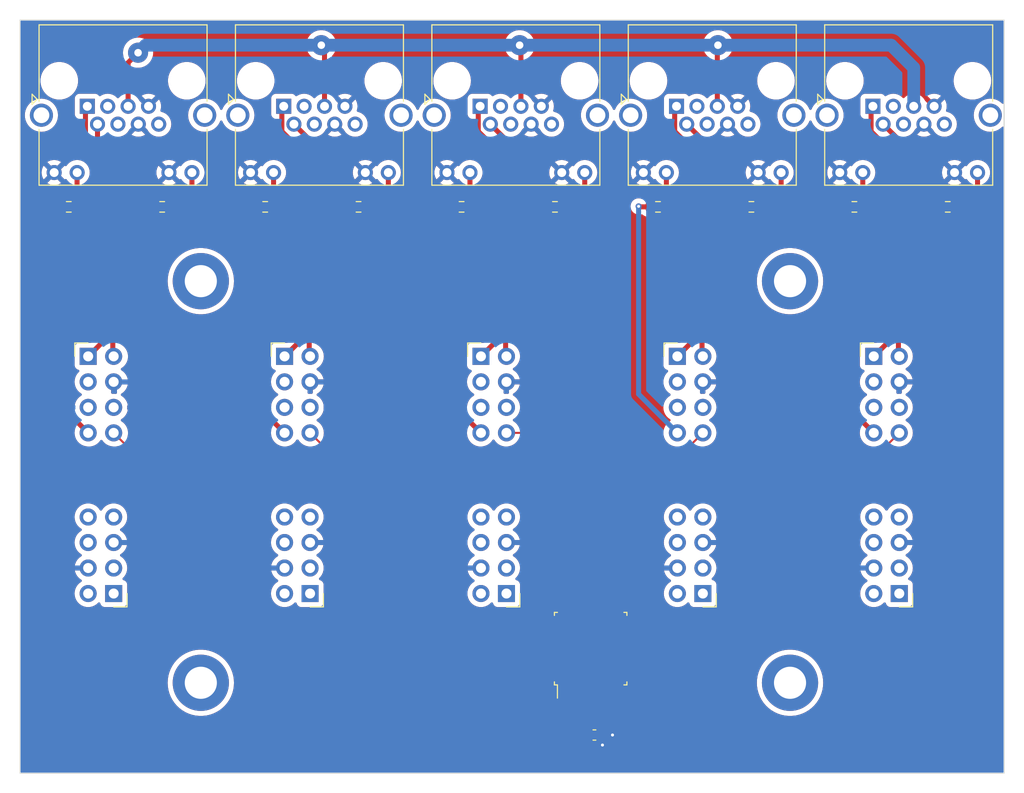
<source format=kicad_pcb>
(kicad_pcb (version 20221018) (generator pcbnew)
  (layers (0 "F.Cu" signal) (31 "B.Cu" signal) (34 "B.Paste" user) (35 "F.Paste" user) (36 "B.SilkS" user "B.Silkscreen") (37 "F.SilkS" user "F.Silkscreen") (38 "B.Mask" user) (39 "F.Mask" user) (44 "Edge.Cuts" user))
  (net 0 "")
  (net 1 "GND")
  (net 2 "/interconnect-brain1/CAN_H")
  (net 3 "/interconnect-brain1/CAN_L")
  (net 4 "/V1")
  (net 5 "/V2")
  (net 6 "/interconnect-brain1/CAN2_H")
  (net 7 "/interconnect-brain1/CAN2_L")
  (net 10 "/interconnect-brain2/CAN2_H")
  (net 11 "/interconnect-brain2/CAN2_L")
  (net 14 "/interconnect-brain3/CAN2_H")
  (net 15 "/interconnect-brain3/CAN2_L")
  (net 18 "/interconnect-brain5/CAN2_H")
  (net 19 "/interconnect-brain5/CAN2_L")
  (net 22 "/interconnect-brain4/CAN2_H")
  (net 23 "/interconnect-brain4/CAN2_L")
  (net 26 "/RST1")
  (net 27 "/RST2")
  (net 28 "/RST3")
  (net 29 "/RST5")
  (net 30 "/RST4")
  (net 67 "Net-(J203-Pad12)")
  (net 68 "Net-(J203-Pad10)")
  (net 69 "Net-(J303-Pad10)")
  (net 70 "Net-(J303-Pad12)")
  (net 71 "Net-(J403-Pad10)")
  (net 72 "Net-(J403-Pad12)")
  (net 73 "Net-(J503-Pad10)")
  (net 74 "Net-(J503-Pad12)")
  (net 75 "Net-(J603-Pad10)")
  (net 76 "Net-(J603-Pad12)")
  (net 77 "/BDET1")
  (net 78 "/SDET1")
  (net 79 "/BDET2")
  (net 80 "/SDET2")
  (net 81 "/BDET3")
  (net 82 "/SDET3")
  (net 83 "/BDET4")
  (net 84 "/SDET4")
  (net 85 "/BDET5")
  (net 86 "/SDET5")
  (net 87 "/BDET_LED1")
  (net 88 "/SDET_LED1")
  (net 89 "/BDET_LED2")
  (net 90 "/SDET_LED2")
  (net 91 "/BDET_LED3")
  (net 92 "/SDET_LED3")
  (net 93 "/BDET_LED4")
  (net 94 "/SDET_LED4")
  (net 95 "/BDET_LED5")
  (net 96 "/SDET_LED5")
  (net 97 "+3V3")
  (footprint "NVF-Kicad:2x04V-H" (layer "F.Cu") (at 165.73 134.3 -90)
    (fp_text reference "J502" hide)
    (fp_text value "Conn_02x04_Odd_Even" hide)
    (fp_line (start -5.14 2.6) (end -5.14 1.27) (stroke (width 0.12)) (layer "F.SilkS"))
    (fp_line (start -3.81 2.6) (end -5.14 2.6) (stroke (width 0.12)) (layer "F.SilkS"))
    (pad "1" thru_hole rect (at -3.81 1.27) (size 1.7 1.7) (drill 1) (layers "*.Cu" "*.Mask") (net 22 "/interconnect-brain4/CAN2_H"))
    (pad "2" thru_hole oval (at -3.81 -1.27) (size 1.7 1.7) (drill 1) (layers "*.Cu" "*.Mask") (net 23 "/interconnect-brain4/CAN2_L"))
    (pad "3" thru_hole oval (at -1.27 1.27) (size 1.7 1.7) (drill 1) (layers "*.Cu" "*.Mask"))
    (pad "4" thru_hole oval (at -1.27 -1.27) (size 1.7 1.7) (drill 1) (layers "*.Cu" "*.Mask") (net 1 "GND"))
    (pad "5" thru_hole oval (at 1.27 1.27) (size 1.7 1.7) (drill 1) (layers "*.Cu" "*.Mask") (net 1 "GND"))
    (pad "6" thru_hole oval (at 1.27 -1.27) (size 1.7 1.7) (drill 1) (layers "*.Cu" "*.Mask"))
    (pad "7" thru_hole oval (at 3.81 1.27) (size 1.7 1.7) (drill 1) (layers "*.Cu" "*.Mask") (net 83 "/BDET4"))
    (pad "8" thru_hole oval (at 3.81 -1.27) (size 1.7 1.7) (drill 1) (layers "*.Cu" "*.Mask") (net 30 "/RST4"))
  )
  (footprint "MountingHole:MountingHole_3.2mm_M3_DIN965_Pad" (layer "F.Cu") (at 117 163)
    (fp_text reference "REF**" hide)
    (fp_text value "MountingHole_3.2mm_M3_DIN965_Pad" hide)
    (pad "1" thru_hole circle (at 0 0) (size 5.6 5.6) (drill 3.2) (layers "*.Cu" "*.Mask"))
  )
  (footprint "Connector_RJ:RJ45_Amphenol_RJHSE538X" (layer "F.Cu") (at 144.815 105.585)
    (fp_text reference "J403" hide)
    (fp_text value "8P8C_LED")
    (fp_line (start -5.5 -1.2) (end -5 -0.7) (stroke (width 0.12)) (layer "F.SilkS"))
    (fp_line (start -5.5 -0.2) (end -5.5 -1.2) (stroke (width 0.12)) (layer "F.SilkS"))
    (fp_line (start -5 -0.7) (end -5.5 -0.2) (stroke (width 0.12)) (layer "F.SilkS"))
    (fp_line (start -4.805 -8.11) (end -4.805 -0.5) (stroke (width 0.12)) (layer "F.SilkS"))
    (fp_line (start -4.805 -8.11) (end 11.925 -8.11) (stroke (width 0.12)) (layer "F.SilkS"))
    (fp_line (start -4.805 7.86) (end -4.805 2.3) (stroke (width 0.12)) (layer "F.SilkS"))
    (fp_line (start -4.805 7.86) (end 11.925 7.86) (stroke (width 0.12)) (layer "F.SilkS"))
    (fp_line (start 11.925 -8.11) (end 11.925 -0.5) (stroke (width 0.12)) (layer "F.SilkS"))
    (fp_line (start 11.925 7.86) (end 11.925 2.3) (stroke (width 0.12)) (layer "F.SilkS"))
    (pad "" np_thru_hole circle (at -2.79 -2.54) (size 3.25 3.25) (drill 3.25) (layers "*.Cu" "*.Mask"))
    (pad "" np_thru_hole circle (at 9.91 -2.54) (size 3.25 3.25) (drill 3.25) (layers "*.Cu" "*.Mask"))
    (pad "1" thru_hole rect (at 0 0) (size 1.5 1.5) (drill 0.89) (layers "*.Cu" "*.Mask") (net 14 "/interconnect-brain3/CAN2_H"))
    (pad "2" thru_hole circle (at 1.016 1.78) (size 1.5 1.5) (drill 0.89) (layers "*.Cu" "*.Mask") (net 15 "/interconnect-brain3/CAN2_L"))
    (pad "3" thru_hole circle (at 2.032 0) (size 1.5 1.5) (drill 0.89) (layers "*.Cu" "*.Mask"))
    (pad "4" thru_hole circle (at 3.048 1.78) (size 1.5 1.5) (drill 0.89) (layers "*.Cu" "*.Mask") (net 5 "/V2"))
    (pad "5" thru_hole circle (at 4.064 0) (size 1.5 1.5) (drill 0.89) (layers "*.Cu" "*.Mask") (net 4 "/V1"))
    (pad "6" thru_hole circle (at 5.08 1.78) (size 1.5 1.5) (drill 0.89) (layers "*.Cu" "*.Mask") (net 1 "GND"))
    (pad "7" thru_hole circle (at 6.096 0) (size 1.5 1.5) (drill 0.89) (layers "*.Cu" "*.Mask") (net 1 "GND"))
    (pad "8" thru_hole circle (at 7.112 1.78) (size 1.5 1.5) (drill 0.89) (layers "*.Cu" "*.Mask") (net 82 "/SDET3"))
    (pad "9" thru_hole circle (at -3.3 6.6) (size 1.5 1.5) (drill 0.89) (layers "*.Cu" "*.Mask") (net 1 "GND"))
    (pad "10" thru_hole circle (at -1.01 6.6) (size 1.5 1.5) (drill 0.89) (layers "*.Cu" "*.Mask") (net 71 "Net-(J403-Pad10)"))
    (pad "11" thru_hole circle (at 8.13 6.6) (size 1.5 1.5) (drill 0.89) (layers "*.Cu" "*.Mask") (net 1 "GND"))
    (pad "12" thru_hole circle (at 10.42 6.6) (size 1.5 1.5) (drill 0.89) (layers "*.Cu" "*.Mask") (net 72 "Net-(J403-Pad12)"))
    (pad "SH" thru_hole circle (at -4.57 0.89) (size 2.3 2.3) (drill 1.57) (layers "*.Cu" "*.Mask"))
    (pad "SH" thru_hole circle (at 11.69 0.89) (size 2.3 2.3) (drill 1.57) (layers "*.Cu" "*.Mask"))
  )
  (footprint "Resistor_SMD:R_0603_1608Metric" (layer "F.Cu") (at 152.27 115.6 180)
    (fp_text reference "R402" hide)
    (fp_text value "330")
    (fp_line (start -0.237258 -0.5225) (end 0.237258 -0.5225) (stroke (width 0.12)) (layer "F.SilkS"))
    (fp_line (start -0.237258 0.5225) (end 0.237258 0.5225) (stroke (width 0.12)) (layer "F.SilkS"))
    (pad "1" smd roundrect (at -0.825 0 180) (size 0.8 0.95) (layers "F.Cu" "F.Paste" "F.Mask") (net 72 "Net-(J403-Pad12)"))
    (pad "2" smd roundrect (at 0.825 0 180) (size 0.8 0.95) (layers "F.Cu" "F.Paste" "F.Mask") (net 92 "/SDET_LED3"))
  )
  (footprint "Connector_RJ:RJ45_Amphenol_RJHSE538X" (layer "F.Cu") (at 164.375 105.585)
    (fp_text reference "J503" hide)
    (fp_text value "8P8C_LED")
    (fp_line (start -5.5 -1.2) (end -5 -0.7) (stroke (width 0.12)) (layer "F.SilkS"))
    (fp_line (start -5.5 -0.2) (end -5.5 -1.2) (stroke (width 0.12)) (layer "F.SilkS"))
    (fp_line (start -5 -0.7) (end -5.5 -0.2) (stroke (width 0.12)) (layer "F.SilkS"))
    (fp_line (start -4.805 -8.11) (end -4.805 -0.5) (stroke (width 0.12)) (layer "F.SilkS"))
    (fp_line (start -4.805 -8.11) (end 11.925 -8.11) (stroke (width 0.12)) (layer "F.SilkS"))
    (fp_line (start -4.805 7.86) (end -4.805 2.3) (stroke (width 0.12)) (layer "F.SilkS"))
    (fp_line (start -4.805 7.86) (end 11.925 7.86) (stroke (width 0.12)) (layer "F.SilkS"))
    (fp_line (start 11.925 -8.11) (end 11.925 -0.5) (stroke (width 0.12)) (layer "F.SilkS"))
    (fp_line (start 11.925 7.86) (end 11.925 2.3) (stroke (width 0.12)) (layer "F.SilkS"))
    (pad "" np_thru_hole circle (at -2.79 -2.54) (size 3.25 3.25) (drill 3.25) (layers "*.Cu" "*.Mask"))
    (pad "" np_thru_hole circle (at 9.91 -2.54) (size 3.25 3.25) (drill 3.25) (layers "*.Cu" "*.Mask"))
    (pad "1" thru_hole rect (at 0 0) (size 1.5 1.5) (drill 0.89) (layers "*.Cu" "*.Mask") (net 22 "/interconnect-brain4/CAN2_H"))
    (pad "2" thru_hole circle (at 1.016 1.78) (size 1.5 1.5) (drill 0.89) (layers "*.Cu" "*.Mask") (net 23 "/interconnect-brain4/CAN2_L"))
    (pad "3" thru_hole circle (at 2.032 0) (size 1.5 1.5) (drill 0.89) (layers "*.Cu" "*.Mask"))
    (pad "4" thru_hole circle (at 3.048 1.78) (size 1.5 1.5) (drill 0.89) (layers "*.Cu" "*.Mask") (net 5 "/V2"))
    (pad "5" thru_hole circle (at 4.064 0) (size 1.5 1.5) (drill 0.89) (layers "*.Cu" "*.Mask") (net 4 "/V1"))
    (pad "6" thru_hole circle (at 5.08 1.78) (size 1.5 1.5) (drill 0.89) (layers "*.Cu" "*.Mask") (net 1 "GND"))
    (pad "7" thru_hole circle (at 6.096 0) (size 1.5 1.5) (drill 0.89) (layers "*.Cu" "*.Mask") (net 1 "GND"))
    (pad "8" thru_hole circle (at 7.112 1.78) (size 1.5 1.5) (drill 0.89) (layers "*.Cu" "*.Mask") (net 84 "/SDET4"))
    (pad "9" thru_hole circle (at -3.3 6.6) (size 1.5 1.5) (drill 0.89) (layers "*.Cu" "*.Mask") (net 1 "GND"))
    (pad "10" thru_hole circle (at -1.01 6.6) (size 1.5 1.5) (drill 0.89) (layers "*.Cu" "*.Mask") (net 73 "Net-(J503-Pad10)"))
    (pad "11" thru_hole circle (at 8.13 6.6) (size 1.5 1.5) (drill 0.89) (layers "*.Cu" "*.Mask") (net 1 "GND"))
    (pad "12" thru_hole circle (at 10.42 6.6) (size 1.5 1.5) (drill 0.89) (layers "*.Cu" "*.Mask") (net 74 "Net-(J503-Pad12)"))
    (pad "SH" thru_hole circle (at -4.57 0.89) (size 2.3 2.3) (drill 1.57) (layers "*.Cu" "*.Mask"))
    (pad "SH" thru_hole circle (at 11.69 0.89) (size 2.3 2.3) (drill 1.57) (layers "*.Cu" "*.Mask"))
  )
  (footprint "NVF-Kicad:2x04V-H" (layer "F.Cu") (at 146.17 134.3 -90)
    (fp_text reference "J402" hide)
    (fp_text value "Conn_02x04_Odd_Even" hide)
    (fp_line (start -5.14 2.6) (end -5.14 1.27) (stroke (width 0.12)) (layer "F.SilkS"))
    (fp_line (start -3.81 2.6) (end -5.14 2.6) (stroke (width 0.12)) (layer "F.SilkS"))
    (pad "1" thru_hole rect (at -3.81 1.27) (size 1.7 1.7) (drill 1) (layers "*.Cu" "*.Mask") (net 14 "/interconnect-brain3/CAN2_H"))
    (pad "2" thru_hole oval (at -3.81 -1.27) (size 1.7 1.7) (drill 1) (layers "*.Cu" "*.Mask") (net 15 "/interconnect-brain3/CAN2_L"))
    (pad "3" thru_hole oval (at -1.27 1.27) (size 1.7 1.7) (drill 1) (layers "*.Cu" "*.Mask"))
    (pad "4" thru_hole oval (at -1.27 -1.27) (size 1.7 1.7) (drill 1) (layers "*.Cu" "*.Mask") (net 1 "GND"))
    (pad "5" thru_hole oval (at 1.27 1.27) (size 1.7 1.7) (drill 1) (layers "*.Cu" "*.Mask") (net 1 "GND"))
    (pad "6" thru_hole oval (at 1.27 -1.27) (size 1.7 1.7) (drill 1) (layers "*.Cu" "*.Mask"))
    (pad "7" thru_hole oval (at 3.81 1.27) (size 1.7 1.7) (drill 1) (layers "*.Cu" "*.Mask") (net 81 "/BDET3"))
    (pad "8" thru_hole oval (at 3.81 -1.27) (size 1.7 1.7) (drill 1) (layers "*.Cu" "*.Mask") (net 28 "/RST3"))
  )
  (footprint "Connector_RJ:RJ45_Amphenol_RJHSE538X" (layer "F.Cu") (at 105.695 105.585)
    (fp_text reference "J203" hide)
    (fp_text value "8P8C_LED")
    (fp_line (start -5.5 -1.2) (end -5 -0.7) (stroke (width 0.12)) (layer "F.SilkS"))
    (fp_line (start -5.5 -0.2) (end -5.5 -1.2) (stroke (width 0.12)) (layer "F.SilkS"))
    (fp_line (start -5 -0.7) (end -5.5 -0.2) (stroke (width 0.12)) (layer "F.SilkS"))
    (fp_line (start -4.805 -8.11) (end -4.805 -0.5) (stroke (width 0.12)) (layer "F.SilkS"))
    (fp_line (start -4.805 -8.11) (end 11.925 -8.11) (stroke (width 0.12)) (layer "F.SilkS"))
    (fp_line (start -4.805 7.86) (end -4.805 2.3) (stroke (width 0.12)) (layer "F.SilkS"))
    (fp_line (start -4.805 7.86) (end 11.925 7.86) (stroke (width 0.12)) (layer "F.SilkS"))
    (fp_line (start 11.925 -8.11) (end 11.925 -0.5) (stroke (width 0.12)) (layer "F.SilkS"))
    (fp_line (start 11.925 7.86) (end 11.925 2.3) (stroke (width 0.12)) (layer "F.SilkS"))
    (pad "" np_thru_hole circle (at -2.79 -2.54) (size 3.25 3.25) (drill 3.25) (layers "*.Cu" "*.Mask"))
    (pad "" np_thru_hole circle (at 9.91 -2.54) (size 3.25 3.25) (drill 3.25) (layers "*.Cu" "*.Mask"))
    (pad "1" thru_hole rect (at 0 0) (size 1.5 1.5) (drill 0.89) (layers "*.Cu" "*.Mask") (net 6 "/interconnect-brain1/CAN2_H"))
    (pad "2" thru_hole circle (at 1.016 1.78) (size 1.5 1.5) (drill 0.89) (layers "*.Cu" "*.Mask") (net 7 "/interconnect-brain1/CAN2_L"))
    (pad "3" thru_hole circle (at 2.032 0) (size 1.5 1.5) (drill 0.89) (layers "*.Cu" "*.Mask"))
    (pad "4" thru_hole circle (at 3.048 1.78) (size 1.5 1.5) (drill 0.89) (layers "*.Cu" "*.Mask") (net 5 "/V2"))
    (pad "5" thru_hole circle (at 4.064 0) (size 1.5 1.5) (drill 0.89) (layers "*.Cu" "*.Mask") (net 4 "/V1"))
    (pad "6" thru_hole circle (at 5.08 1.78) (size 1.5 1.5) (drill 0.89) (layers "*.Cu" "*.Mask") (net 1 "GND"))
    (pad "7" thru_hole circle (at 6.096 0) (size 1.5 1.5) (drill 0.89) (layers "*.Cu" "*.Mask") (net 1 "GND"))
    (pad "8" thru_hole circle (at 7.112 1.78) (size 1.5 1.5) (drill 0.89) (layers "*.Cu" "*.Mask") (net 78 "/SDET1"))
    (pad "9" thru_hole circle (at -3.3 6.6) (size 1.5 1.5) (drill 0.89) (layers "*.Cu" "*.Mask") (net 1 "GND"))
    (pad "10" thru_hole circle (at -1.01 6.6) (size 1.5 1.5) (drill 0.89) (layers "*.Cu" "*.Mask") (net 68 "Net-(J203-Pad10)"))
    (pad "11" thru_hole circle (at 8.13 6.6) (size 1.5 1.5) (drill 0.89) (layers "*.Cu" "*.Mask") (net 1 "GND"))
    (pad "12" thru_hole circle (at 10.42 6.6) (size 1.5 1.5) (drill 0.89) (layers "*.Cu" "*.Mask") (net 67 "Net-(J203-Pad12)"))
    (pad "SH" thru_hole circle (at -4.57 0.89) (size 2.3 2.3) (drill 1.57) (layers "*.Cu" "*.Mask"))
    (pad "SH" thru_hole circle (at 11.69 0.89) (size 2.3 2.3) (drill 1.57) (layers "*.Cu" "*.Mask"))
  )
  (footprint "Capacitor_SMD:C_0603_1608Metric" (layer "F.Cu") (at 156.2 168.2)
    (fp_text reference "C101" hide)
    (fp_text value "C")
    (fp_line (start -0.14058 -0.51) (end 0.14058 -0.51) (stroke (width 0.12)) (layer "F.SilkS"))
    (fp_line (start -0.14058 0.51) (end 0.14058 0.51) (stroke (width 0.12)) (layer "F.SilkS"))
    (pad "1" smd roundrect (at -0.775 0) (size 0.9 0.95) (layers "F.Cu" "F.Paste" "F.Mask") (net 97 "+3V3"))
    (pad "2" smd roundrect (at 0.775 0) (size 0.9 0.95) (layers "F.Cu" "F.Paste" "F.Mask") (net 1 "GND"))
  )
  (footprint "Resistor_SMD:R_0603_1608Metric" (layer "F.Cu") (at 142.97 115.6 180)
    (fp_text reference "R401" hide)
    (fp_text value "330")
    (fp_line (start -0.237258 -0.5225) (end 0.237258 -0.5225) (stroke (width 0.12)) (layer "F.SilkS"))
    (fp_line (start -0.237258 0.5225) (end 0.237258 0.5225) (stroke (width 0.12)) (layer "F.SilkS"))
    (pad "1" smd roundrect (at -0.825 0 180) (size 0.8 0.95) (layers "F.Cu" "F.Paste" "F.Mask") (net 71 "Net-(J403-Pad10)"))
    (pad "2" smd roundrect (at 0.825 0 180) (size 0.8 0.95) (layers "F.Cu" "F.Paste" "F.Mask") (net 91 "/BDET_LED3"))
  )
  (footprint "NVF-Kicad:2x04V-H" (layer "F.Cu") (at 107.05 150.3 90)
    (fp_text reference "J201" hide)
    (fp_text value "Conn_02x04_Odd_Even" hide)
    (fp_line (start -5.14 2.6) (end -5.14 1.27) (stroke (width 0.12)) (layer "F.SilkS"))
    (fp_line (start -3.81 2.6) (end -5.14 2.6) (stroke (width 0.12)) (layer "F.SilkS"))
    (pad "1" thru_hole rect (at -3.81 1.27 180) (size 1.7 1.7) (drill 1) (layers "*.Cu" "*.Mask") (net 2 "/interconnect-brain1/CAN_H"))
    (pad "2" thru_hole oval (at -3.81 -1.27 180) (size 1.7 1.7) (drill 1) (layers "*.Cu" "*.Mask") (net 3 "/interconnect-brain1/CAN_L"))
    (pad "3" thru_hole oval (at -1.27 1.27 180) (size 1.7 1.7) (drill 1) (layers "*.Cu" "*.Mask") (net 4 "/V1"))
    (pad "4" thru_hole oval (at -1.27 -1.27 180) (size 1.7 1.7) (drill 1) (layers "*.Cu" "*.Mask") (net 1 "GND"))
    (pad "5" thru_hole oval (at 1.27 1.27 180) (size 1.7 1.7) (drill 1) (layers "*.Cu" "*.Mask") (net 1 "GND"))
    (pad "6" thru_hole oval (at 1.27 -1.27 180) (size 1.7 1.7) (drill 1) (layers "*.Cu" "*.Mask") (net 5 "/V2"))
    (pad "7" thru_hole oval (at 3.81 1.27 180) (size 1.7 1.7) (drill 1) (layers "*.Cu" "*.Mask") (net 3 "/interconnect-brain1/CAN_L"))
    (pad "8" thru_hole oval (at 3.81 -1.27 180) (size 1.7 1.7) (drill 1) (layers "*.Cu" "*.Mask") (net 2 "/interconnect-brain1/CAN_H"))
  )
  (footprint "Resistor_SMD:R_0603_1608Metric" (layer "F.Cu") (at 182.09 115.6 180)
    (fp_text reference "R601" hide)
    (fp_text value "330")
    (fp_line (start -0.237258 -0.5225) (end 0.237258 -0.5225) (stroke (width 0.12)) (layer "F.SilkS"))
    (fp_line (start -0.237258 0.5225) (end 0.237258 0.5225) (stroke (width 0.12)) (layer "F.SilkS"))
    (pad "1" smd roundrect (at -0.825 0 180) (size 0.8 0.95) (layers "F.Cu" "F.Paste" "F.Mask") (net 75 "Net-(J603-Pad10)"))
    (pad "2" smd roundrect (at 0.825 0 180) (size 0.8 0.95) (layers "F.Cu" "F.Paste" "F.Mask") (net 95 "/BDET_LED5"))
  )
  (footprint "Resistor_SMD:R_0603_1608Metric" (layer "F.Cu") (at 103.85 115.6 180)
    (fp_text reference "R201" hide)
    (fp_text value "330")
    (fp_line (start -0.237258 -0.5225) (end 0.237258 -0.5225) (stroke (width 0.12)) (layer "F.SilkS"))
    (fp_line (start -0.237258 0.5225) (end 0.237258 0.5225) (stroke (width 0.12)) (layer "F.SilkS"))
    (pad "1" smd roundrect (at -0.825 0 180) (size 0.8 0.95) (layers "F.Cu" "F.Paste" "F.Mask") (net 68 "Net-(J203-Pad10)"))
    (pad "2" smd roundrect (at 0.825 0 180) (size 0.8 0.95) (layers "F.Cu" "F.Paste" "F.Mask") (net 87 "/BDET_LED1"))
  )
  (footprint "Resistor_SMD:R_0603_1608Metric" (layer "F.Cu") (at 132.71 115.6 180)
    (fp_text reference "R302" hide)
    (fp_text value "330")
    (fp_line (start -0.237258 -0.5225) (end 0.237258 -0.5225) (stroke (width 0.12)) (layer "F.SilkS"))
    (fp_line (start -0.237258 0.5225) (end 0.237258 0.5225) (stroke (width 0.12)) (layer "F.SilkS"))
    (pad "1" smd roundrect (at -0.825 0 180) (size 0.8 0.95) (layers "F.Cu" "F.Paste" "F.Mask") (net 70 "Net-(J303-Pad12)"))
    (pad "2" smd roundrect (at 0.825 0 180) (size 0.8 0.95) (layers "F.Cu" "F.Paste" "F.Mask") (net 90 "/SDET_LED2"))
  )
  (footprint "NVF-Kicad:2x04V-H" (layer "F.Cu") (at 185.29 134.3 -90)
    (fp_text reference "J602" hide)
    (fp_text value "Conn_02x04_Odd_Even" hide)
    (fp_line (start -5.14 2.6) (end -5.14 1.27) (stroke (width 0.12)) (layer "F.SilkS"))
    (fp_line (start -3.81 2.6) (end -5.14 2.6) (stroke (width 0.12)) (layer "F.SilkS"))
    (pad "1" thru_hole rect (at -3.81 1.27) (size 1.7 1.7) (drill 1) (layers "*.Cu" "*.Mask") (net 18 "/interconnect-brain5/CAN2_H"))
    (pad "2" thru_hole oval (at -3.81 -1.27) (size 1.7 1.7) (drill 1) (layers "*.Cu" "*.Mask") (net 19 "/interconnect-brain5/CAN2_L"))
    (pad "3" thru_hole oval (at -1.27 1.27) (size 1.7 1.7) (drill 1) (layers "*.Cu" "*.Mask"))
    (pad "4" thru_hole oval (at -1.27 -1.27) (size 1.7 1.7) (drill 1) (layers "*.Cu" "*.Mask") (net 1 "GND"))
    (pad "5" thru_hole oval (at 1.27 1.27) (size 1.7 1.7) (drill 1) (layers "*.Cu" "*.Mask") (net 1 "GND"))
    (pad "6" thru_hole oval (at 1.27 -1.27) (size 1.7 1.7) (drill 1) (layers "*.Cu" "*.Mask"))
    (pad "7" thru_hole oval (at 3.81 1.27) (size 1.7 1.7) (drill 1) (layers "*.Cu" "*.Mask") (net 85 "/BDET5"))
    (pad "8" thru_hole oval (at 3.81 -1.27) (size 1.7 1.7) (drill 1) (layers "*.Cu" "*.Mask") (net 29 "/RST5"))
  )
  (footprint "Connector_RJ:RJ45_Amphenol_RJHSE538X" (layer "F.Cu") (at 183.935 105.585)
    (fp_text reference "J603" hide)
    (fp_text value "8P8C_LED")
    (fp_line (start -5.5 -1.2) (end -5 -0.7) (stroke (width 0.12)) (layer "F.SilkS"))
    (fp_line (start -5.5 -0.2) (end -5.5 -1.2) (stroke (width 0.12)) (layer "F.SilkS"))
    (fp_line (start -5 -0.7) (end -5.5 -0.2) (stroke (width 0.12)) (layer "F.SilkS"))
    (fp_line (start -4.805 -8.11) (end -4.805 -0.5) (stroke (width 0.12)) (layer "F.SilkS"))
    (fp_line (start -4.805 -8.11) (end 11.925 -8.11) (stroke (width 0.12)) (layer "F.SilkS"))
    (fp_line (start -4.805 7.86) (end -4.805 2.3) (stroke (width 0.12)) (layer "F.SilkS"))
    (fp_line (start -4.805 7.86) (end 11.925 7.86) (stroke (width 0.12)) (layer "F.SilkS"))
    (fp_line (start 11.925 -8.11) (end 11.925 -0.5) (stroke (width 0.12)) (layer "F.SilkS"))
    (fp_line (start 11.925 7.86) (end 11.925 2.3) (stroke (width 0.12)) (layer "F.SilkS"))
    (pad "" np_thru_hole circle (at -2.79 -2.54) (size 3.25 3.25) (drill 3.25) (layers "*.Cu" "*.Mask"))
    (pad "" np_thru_hole circle (at 9.91 -2.54) (size 3.25 3.25) (drill 3.25) (layers "*.Cu" "*.Mask"))
    (pad "1" thru_hole rect (at 0 0) (size 1.5 1.5) (drill 0.89) (layers "*.Cu" "*.Mask") (net 18 "/interconnect-brain5/CAN2_H"))
    (pad "2" thru_hole circle (at 1.016 1.78) (size 1.5 1.5) (drill 0.89) (layers "*.Cu" "*.Mask") (net 19 "/interconnect-brain5/CAN2_L"))
    (pad "3" thru_hole circle (at 2.032 0) (size 1.5 1.5) (drill 0.89) (layers "*.Cu" "*.Mask"))
    (pad "4" thru_hole circle (at 3.048 1.78) (size 1.5 1.5) (drill 0.89) (layers "*.Cu" "*.Mask") (net 5 "/V2"))
    (pad "5" thru_hole circle (at 4.064 0) (size 1.5 1.5) (drill 0.89) (layers "*.Cu" "*.Mask") (net 4 "/V1"))
    (pad "6" thru_hole circle (at 5.08 1.78) (size 1.5 1.5) (drill 0.89) (layers "*.Cu" "*.Mask") (net 1 "GND"))
    (pad "7" thru_hole circle (at 6.096 0) (size 1.5 1.5) (drill 0.89) (layers "*.Cu" "*.Mask") (net 1 "GND"))
    (pad "8" thru_hole circle (at 7.112 1.78) (size 1.5 1.5) (drill 0.89) (layers "*.Cu" "*.Mask") (net 86 "/SDET5"))
    (pad "9" thru_hole circle (at -3.3 6.6) (size 1.5 1.5) (drill 0.89) (layers "*.Cu" "*.Mask") (net 1 "GND"))
    (pad "10" thru_hole circle (at -1.01 6.6) (size 1.5 1.5) (drill 0.89) (layers "*.Cu" "*.Mask") (net 75 "Net-(J603-Pad10)"))
    (pad "11" thru_hole circle (at 8.13 6.6) (size 1.5 1.5) (drill 0.89) (layers "*.Cu" "*.Mask") (net 1 "GND"))
    (pad "12" thru_hole circle (at 10.42 6.6) (size 1.5 1.5) (drill 0.89) (layers "*.Cu" "*.Mask") (net 76 "Net-(J603-Pad12)"))
    (pad "SH" thru_hole circle (at -4.57 0.89) (size 2.3 2.3) (drill 1.57) (layers "*.Cu" "*.Mask"))
    (pad "SH" thru_hole circle (at 11.69 0.89) (size 2.3 2.3) (drill 1.57) (layers "*.Cu" "*.Mask"))
  )
  (footprint "NVF-Kicad:2x04V-H" (layer "F.Cu") (at 126.61 150.3 90)
    (fp_text reference "J301" hide)
    (fp_text value "Conn_02x04_Odd_Even" hide)
    (fp_line (start -5.14 2.6) (end -5.14 1.27) (stroke (width 0.12)) (layer "F.SilkS"))
    (fp_line (start -3.81 2.6) (end -5.14 2.6) (stroke (width 0.12)) (layer "F.SilkS"))
    (pad "1" thru_hole rect (at -3.81 1.27 180) (size 1.7 1.7) (drill 1) (layers "*.Cu" "*.Mask") (net 2 "/interconnect-brain1/CAN_H"))
    (pad "2" thru_hole oval (at -3.81 -1.27 180) (size 1.7 1.7) (drill 1) (layers "*.Cu" "*.Mask") (net 3 "/interconnect-brain1/CAN_L"))
    (pad "3" thru_hole oval (at -1.27 1.27 180) (size 1.7 1.7) (drill 1) (layers "*.Cu" "*.Mask") (net 4 "/V1"))
    (pad "4" thru_hole oval (at -1.27 -1.27 180) (size 1.7 1.7) (drill 1) (layers "*.Cu" "*.Mask") (net 1 "GND"))
    (pad "5" thru_hole oval (at 1.27 1.27 180) (size 1.7 1.7) (drill 1) (layers "*.Cu" "*.Mask") (net 1 "GND"))
    (pad "6" thru_hole oval (at 1.27 -1.27 180) (size 1.7 1.7) (drill 1) (layers "*.Cu" "*.Mask") (net 5 "/V2"))
    (pad "7" thru_hole oval (at 3.81 1.27 180) (size 1.7 1.7) (drill 1) (layers "*.Cu" "*.Mask") (net 3 "/interconnect-brain1/CAN_L"))
    (pad "8" thru_hole oval (at 3.81 -1.27 180) (size 1.7 1.7) (drill 1) (layers "*.Cu" "*.Mask") (net 2 "/interconnect-brain1/CAN_H"))
  )
  (footprint "MountingHole:MountingHole_3.2mm_M3_DIN965_Pad" (layer "F.Cu") (at 117 123)
    (fp_text reference "REF**" hide)
    (fp_text value "MountingHole_3.2mm_M3_DIN965_Pad" hide)
    (pad "1" thru_hole circle (at 0 0) (size 5.6 5.6) (drill 3.2) (layers "*.Cu" "*.Mask"))
  )
  (footprint "NVF-Kicad:2x04V-H" (layer "F.Cu") (at 107.05 134.3 -90)
    (fp_text reference "J202" hide)
    (fp_text value "Conn_02x04_Odd_Even" hide)
    (fp_line (start -5.14 2.6) (end -5.14 1.27) (stroke (width 0.12)) (layer "F.SilkS"))
    (fp_line (start -3.81 2.6) (end -5.14 2.6) (stroke (width 0.12)) (layer "F.SilkS"))
    (pad "1" thru_hole rect (at -3.81 1.27) (size 1.7 1.7) (drill 1) (layers "*.Cu" "*.Mask") (net 6 "/interconnect-brain1/CAN2_H"))
    (pad "2" thru_hole oval (at -3.81 -1.27) (size 1.7 1.7) (drill 1) (layers "*.Cu" "*.Mask") (net 7 "/interconnect-brain1/CAN2_L"))
    (pad "3" thru_hole oval (at -1.27 1.27) (size 1.7 1.7) (drill 1) (layers "*.Cu" "*.Mask"))
    (pad "4" thru_hole oval (at -1.27 -1.27) (size 1.7 1.7) (drill 1) (layers "*.Cu" "*.Mask") (net 1 "GND"))
    (pad "5" thru_hole oval (at 1.27 1.27) (size 1.7 1.7) (drill 1) (layers "*.Cu" "*.Mask") (net 1 "GND"))
    (pad "6" thru_hole oval (at 1.27 -1.27) (size 1.7 1.7) (drill 1) (layers "*.Cu" "*.Mask"))
    (pad "7" thru_hole oval (at 3.81 1.27) (size 1.7 1.7) (drill 1) (layers "*.Cu" "*.Mask") (net 77 "/BDET1"))
    (pad "8" thru_hole oval (at 3.81 -1.27) (size 1.7 1.7) (drill 1) (layers "*.Cu" "*.Mask") (net 26 "/RST1"))
  )
  (footprint "NVF-Kicad:2x04V-H" (layer "F.Cu") (at 185.29 150.3 90)
    (fp_text reference "J601" hide)
    (fp_text value "Conn_02x04_Odd_Even" hide)
    (fp_line (start -5.14 2.6) (end -5.14 1.27) (stroke (width 0.12)) (layer "F.SilkS"))
    (fp_line (start -3.81 2.6) (end -5.14 2.6) (stroke (width 0.12)) (layer "F.SilkS"))
    (pad "1" thru_hole rect (at -3.81 1.27 180) (size 1.7 1.7) (drill 1) (layers "*.Cu" "*.Mask") (net 2 "/interconnect-brain1/CAN_H"))
    (pad "2" thru_hole oval (at -3.81 -1.27 180) (size 1.7 1.7) (drill 1) (layers "*.Cu" "*.Mask") (net 3 "/interconnect-brain1/CAN_L"))
    (pad "3" thru_hole oval (at -1.27 1.27 180) (size 1.7 1.7) (drill 1) (layers "*.Cu" "*.Mask") (net 4 "/V1"))
    (pad "4" thru_hole oval (at -1.27 -1.27 180) (size 1.7 1.7) (drill 1) (layers "*.Cu" "*.Mask") (net 1 "GND"))
    (pad "5" thru_hole oval (at 1.27 1.27 180) (size 1.7 1.7) (drill 1) (layers "*.Cu" "*.Mask") (net 1 "GND"))
    (pad "6" thru_hole oval (at 1.27 -1.27 180) (size 1.7 1.7) (drill 1) (layers "*.Cu" "*.Mask") (net 5 "/V2"))
    (pad "7" thru_hole oval (at 3.81 1.27 180) (size 1.7 1.7) (drill 1) (layers "*.Cu" "*.Mask") (net 3 "/interconnect-brain1/CAN_L"))
    (pad "8" thru_hole oval (at 3.81 -1.27 180) (size 1.7 1.7) (drill 1) (layers "*.Cu" "*.Mask") (net 2 "/interconnect-brain1/CAN_H"))
  )
  (footprint "Resistor_SMD:R_0603_1608Metric" (layer "F.Cu") (at 113.15 115.6 180)
    (fp_text reference "R202" hide)
    (fp_text value "330")
    (fp_line (start -0.237258 -0.5225) (end 0.237258 -0.5225) (stroke (width 0.12)) (layer "F.SilkS"))
    (fp_line (start -0.237258 0.5225) (end 0.237258 0.5225) (stroke (width 0.12)) (layer "F.SilkS"))
    (pad "1" smd roundrect (at -0.825 0 180) (size 0.8 0.95) (layers "F.Cu" "F.Paste" "F.Mask") (net 67 "Net-(J203-Pad12)"))
    (pad "2" smd roundrect (at 0.825 0 180) (size 0.8 0.95) (layers "F.Cu" "F.Paste" "F.Mask") (net 88 "/SDET_LED1"))
  )
  (footprint "Resistor_SMD:R_0603_1608Metric" (layer "F.Cu") (at 171.83 115.6 180)
    (fp_text reference "R502" hide)
    (fp_text value "330")
    (fp_line (start -0.237258 -0.5225) (end 0.237258 -0.5225) (stroke (width 0.12)) (layer "F.SilkS"))
    (fp_line (start -0.237258 0.5225) (end 0.237258 0.5225) (stroke (width 0.12)) (layer "F.SilkS"))
    (pad "1" smd roundrect (at -0.825 0 180) (size 0.8 0.95) (layers "F.Cu" "F.Paste" "F.Mask") (net 74 "Net-(J503-Pad12)"))
    (pad "2" smd roundrect (at 0.825 0 180) (size 0.8 0.95) (layers "F.Cu" "F.Paste" "F.Mask") (net 94 "/SDET_LED4"))
  )
  (footprint "NVF-Kicad:2x04V-H" (layer "F.Cu") (at 165.73 150.3 90)
    (fp_text reference "J501" hide)
    (fp_text value "Conn_02x04_Odd_Even" hide)
    (fp_line (start -5.14 2.6) (end -5.14 1.27) (stroke (width 0.12)) (layer "F.SilkS"))
    (fp_line (start -3.81 2.6) (end -5.14 2.6) (stroke (width 0.12)) (layer "F.SilkS"))
    (pad "1" thru_hole rect (at -3.81 1.27 180) (size 1.7 1.7) (drill 1) (layers "*.Cu" "*.Mask") (net 2 "/interconnect-brain1/CAN_H"))
    (pad "2" thru_hole oval (at -3.81 -1.27 180) (size 1.7 1.7) (drill 1) (layers "*.Cu" "*.Mask") (net 3 "/interconnect-brain1/CAN_L"))
    (pad "3" thru_hole oval (at -1.27 1.27 180) (size 1.7 1.7) (drill 1) (layers "*.Cu" "*.Mask") (net 4 "/V1"))
    (pad "4" thru_hole oval (at -1.27 -1.27 180) (size 1.7 1.7) (drill 1) (layers "*.Cu" "*.Mask") (net 1 "GND"))
    (pad "5" thru_hole oval (at 1.27 1.27 180) (size 1.7 1.7) (drill 1) (layers "*.Cu" "*.Mask") (net 1 "GND"))
    (pad "6" thru_hole oval (at 1.27 -1.27 180) (size 1.7 1.7) (drill 1) (layers "*.Cu" "*.Mask") (net 5 "/V2"))
    (pad "7" thru_hole oval (at 3.81 1.27 180) (size 1.7 1.7) (drill 1) (layers "*.Cu" "*.Mask") (net 3 "/interconnect-brain1/CAN_L"))
    (pad "8" thru_hole oval (at 3.81 -1.27 180) (size 1.7 1.7) (drill 1) (layers "*.Cu" "*.Mask") (net 2 "/interconnect-brain1/CAN_H"))
  )
  (footprint "Resistor_SMD:R_0603_1608Metric" (layer "F.Cu") (at 191.39 115.6 180)
    (fp_text reference "R602" hide)
    (fp_text value "330")
    (fp_line (start -0.237258 -0.5225) (end 0.237258 -0.5225) (stroke (width 0.12)) (layer "F.SilkS"))
    (fp_line (start -0.237258 0.5225) (end 0.237258 0.5225) (stroke (width 0.12)) (layer "F.SilkS"))
    (pad "1" smd roundrect (at -0.825 0 180) (size 0.8 0.95) (layers "F.Cu" "F.Paste" "F.Mask") (net 76 "Net-(J603-Pad12)"))
    (pad "2" smd roundrect (at 0.825 0 180) (size 0.8 0.95) (layers "F.Cu" "F.Paste" "F.Mask") (net 96 "/SDET_LED5"))
  )
  (footprint "MountingHole:MountingHole_3.2mm_M3_DIN965_Pad" (layer "F.Cu") (at 175.68 123)
    (fp_text reference "REF**" hide)
    (fp_text value "MountingHole_3.2mm_M3_DIN965_Pad" hide)
    (pad "1" thru_hole circle (at 0 0) (size 5.6 5.6) (drill 3.2) (layers "*.Cu" "*.Mask"))
  )
  (footprint "Resistor_SMD:R_0603_1608Metric" (layer "F.Cu") (at 123.41 115.6 180)
    (fp_text reference "R301" hide)
    (fp_text value "330")
    (fp_line (start -0.237258 -0.5225) (end 0.237258 -0.5225) (stroke (width 0.12)) (layer "F.SilkS"))
    (fp_line (start -0.237258 0.5225) (end 0.237258 0.5225) (stroke (width 0.12)) (layer "F.SilkS"))
    (pad "1" smd roundrect (at -0.825 0 180) (size 0.8 0.95) (layers "F.Cu" "F.Paste" "F.Mask") (net 69 "Net-(J303-Pad10)"))
    (pad "2" smd roundrect (at 0.825 0 180) (size 0.8 0.95) (layers "F.Cu" "F.Paste" "F.Mask") (net 89 "/BDET_LED2"))
  )
  (footprint "MountingHole:MountingHole_3.2mm_M3_DIN965_Pad" (layer "F.Cu") (at 175.68 163)
    (fp_text reference "REF**" hide)
    (fp_text value "MountingHole_3.2mm_M3_DIN965_Pad" hide)
    (pad "1" thru_hole circle (at 0 0) (size 5.6 5.6) (drill 3.2) (layers "*.Cu" "*.Mask"))
  )
  (footprint "Resistor_SMD:R_0603_1608Metric" (layer "F.Cu") (at 162.53 115.6 180)
    (fp_text reference "R501" hide)
    (fp_text value "330")
    (fp_line (start -0.237258 -0.5225) (end 0.237258 -0.5225) (stroke (width 0.12)) (layer "F.SilkS"))
    (fp_line (start -0.237258 0.5225) (end 0.237258 0.5225) (stroke (width 0.12)) (layer "F.SilkS"))
    (pad "1" smd roundrect (at -0.825 0 180) (size 0.8 0.95) (layers "F.Cu" "F.Paste" "F.Mask") (net 73 "Net-(J503-Pad10)"))
    (pad "2" smd roundrect (at 0.825 0 180) (size 0.8 0.95) (layers "F.Cu" "F.Paste" "F.Mask") (net 93 "/BDET_LED4"))
  )
  (footprint "NVF-Kicad:2x04V-H" (layer "F.Cu") (at 146.17 150.3 90)
    (fp_text reference "J401" hide)
    (fp_text value "Conn_02x04_Odd_Even" hide)
    (fp_line (start -5.14 2.6) (end -5.14 1.27) (stroke (width 0.12)) (layer "F.SilkS"))
    (fp_line (start -3.81 2.6) (end -5.14 2.6) (stroke (width 0.12)) (layer "F.SilkS"))
    (pad "1" thru_hole rect (at -3.81 1.27 180) (size 1.7 1.7) (drill 1) (layers "*.Cu" "*.Mask") (net 2 "/interconnect-brain1/CAN_H"))
    (pad "2" thru_hole oval (at -3.81 -1.27 180) (size 1.7 1.7) (drill 1) (layers "*.Cu" "*.Mask") (net 3 "/interconnect-brain1/CAN_L"))
    (pad "3" thru_hole oval (at -1.27 1.27 180) (size 1.7 1.7) (drill 1) (layers "*.Cu" "*.Mask") (net 4 "/V1"))
    (pad "4" thru_hole oval (at -1.27 -1.27 180) (size 1.7 1.7) (drill 1) (layers "*.Cu" "*.Mask") (net 1 "GND"))
    (pad "5" thru_hole oval (at 1.27 1.27 180) (size 1.7 1.7) (drill 1) (layers "*.Cu" "*.Mask") (net 1 "GND"))
    (pad "6" thru_hole oval (at 1.27 -1.27 180) (size 1.7 1.7) (drill 1) (layers "*.Cu" "*.Mask") (net 5 "/V2"))
    (pad "7" thru_hole oval (at 3.81 1.27 180) (size 1.7 1.7) (drill 1) (layers "*.Cu" "*.Mask") (net 3 "/interconnect-brain1/CAN_L"))
    (pad "8" thru_hole oval (at 3.81 -1.27 180) (size 1.7 1.7) (drill 1) (layers "*.Cu" "*.Mask") (net 2 "/interconnect-brain1/CAN_H"))
  )
  (footprint "NVF-Kicad:2x04V-H" (layer "F.Cu") (at 126.61 134.3 -90)
    (fp_text reference "J302" hide)
    (fp_text value "Conn_02x04_Odd_Even" hide)
    (fp_line (start -5.14 2.6) (end -5.14 1.27) (stroke (width 0.12)) (layer "F.SilkS"))
    (fp_line (start -3.81 2.6) (end -5.14 2.6) (stroke (width 0.12)) (layer "F.SilkS"))
    (pad "1" thru_hole rect (at -3.81 1.27) (size 1.7 1.7) (drill 1) (layers "*.Cu" "*.Mask") (net 10 "/interconnect-brain2/CAN2_H"))
    (pad "2" thru_hole oval (at -3.81 -1.27) (size 1.7 1.7) (drill 1) (layers "*.Cu" "*.Mask") (net 11 "/interconnect-brain2/CAN2_L"))
    (pad "3" thru_hole oval (at -1.27 1.27) (size 1.7 1.7) (drill 1) (layers "*.Cu" "*.Mask"))
    (pad "4" thru_hole oval (at -1.27 -1.27) (size 1.7 1.7) (drill 1) (layers "*.Cu" "*.Mask") (net 1 "GND"))
    (pad "5" thru_hole oval (at 1.27 1.27) (size 1.7 1.7) (drill 1) (layers "*.Cu" "*.Mask") (net 1 "GND"))
    (pad "6" thru_hole oval (at 1.27 -1.27) (size 1.7 1.7) (drill 1) (layers "*.Cu" "*.Mask"))
    (pad "7" thru_hole oval (at 3.81 1.27) (size 1.7 1.7) (drill 1) (layers "*.Cu" "*.Mask") (net 79 "/BDET2"))
    (pad "8" thru_hole oval (at 3.81 -1.27) (size 1.7 1.7) (drill 1) (layers "*.Cu" "*.Mask") (net 27 "/RST2"))
  )
  (footprint "Package_QFP:LQFP-32_7x7mm_P0.8mm" (layer "F.Cu") (at 155.825 159.6 90)
    (fp_text reference "U101" hide)
    (fp_text value "STM32G030K6Tx")
    (fp_line (start -3.61 -3.61) (end -3.61 -3.31) (stroke (width 0.12)) (layer "F.SilkS"))
    (fp_line (start -3.61 -3.31) (end -4.925 -3.31) (stroke (width 0.12)) (layer "F.SilkS"))
    (fp_line (start -3.61 3.61) (end -3.61 3.31) (stroke (width 0.12)) (layer "F.SilkS"))
    (fp_line (start -3.31 -3.61) (end -3.61 -3.61) (stroke (width 0.12)) (layer "F.SilkS"))
    (fp_line (start -3.31 3.61) (end -3.61 3.61) (stroke (width 0.12)) (layer "F.SilkS"))
    (fp_line (start 3.31 -3.61) (end 3.61 -3.61) (stroke (width 0.12)) (layer "F.SilkS"))
    (fp_line (start 3.31 3.61) (end 3.61 3.61) (stroke (width 0.12)) (layer "F.SilkS"))
    (fp_line (start 3.61 -3.61) (end 3.61 -3.31) (stroke (width 0.12)) (layer "F.SilkS"))
    (fp_line (start 3.61 3.61) (end 3.61 3.31) (stroke (width 0.12)) (layer "F.SilkS"))
    (pad "1" smd roundrect (at -4.175 -2.8 90) (size 1.5 0.5) (layers "F.Cu" "F.Paste" "F.Mask"))
    (pad "2" smd roundrect (at -4.175 -2 90) (size 1.5 0.5) (layers "F.Cu" "F.Paste" "F.Mask"))
    (pad "3" smd roundrect (at -4.175 -1.2 90) (size 1.5 0.5) (layers "F.Cu" "F.Paste" "F.Mask"))
    (pad "4" smd roundrect (at -4.175 -0.4 90) (size 1.5 0.5) (layers "F.Cu" "F.Paste" "F.Mask") (net 97 "+3V3"))
    (pad "5" smd roundrect (at -4.175 0.4 90) (size 1.5 0.5) (layers "F.Cu" "F.Paste" "F.Mask"))
    (pad "6" smd roundrect (at -4.175 1.2 90) (size 1.5 0.5) (layers "F.Cu" "F.Paste" "F.Mask"))
    (pad "7" smd roundrect (at -4.175 2 90) (size 1.5 0.5) (layers "F.Cu" "F.Paste" "F.Mask"))
    (pad "8" smd roundrect (at -4.175 2.8 90) (size 1.5 0.5) (layers "F.Cu" "F.Paste" "F.Mask"))
    (pad "9" smd roundrect (at -2.8 4.175 90) (size 0.5 1.5) (layers "F.Cu" "F.Paste" "F.Mask"))
    (pad "10" smd roundrect (at -2 4.175 90) (size 0.5 1.5) (layers "F.Cu" "F.Paste" "F.Mask"))
    (pad "11" smd roundrect (at -1.2 4.175 90) (size 0.5 1.5) (layers "F.Cu" "F.Paste" "F.Mask"))
    (pad "12" smd roundrect (at -0.4 4.175 90) (size 0.5 1.5) (layers "F.Cu" "F.Paste" "F.Mask"))
    (pad "13" smd roundrect (at 0.4 4.175 90) (size 0.5 1.5) (layers "F.Cu" "F.Paste" "F.Mask"))
    (pad "14" smd roundrect (at 1.2 4.175 90) (size 0.5 1.5) (layers "F.Cu" "F.Paste" "F.Mask"))
    (pad "15" smd roundrect (at 2 4.175 90) (size 0.5 1.5) (layers "F.Cu" "F.Paste" "F.Mask"))
    (pad "16" smd roundrect (at 2.8 4.175 90) (size 0.5 1.5) (layers "F.Cu" "F.Paste" "F.Mask"))
    (pad "17" smd roundrect (at 4.175 2.8 90) (size 1.5 0.5) (layers "F.Cu" "F.Paste" "F.Mask"))
    (pad "18" smd roundrect (at 4.175 2 90) (size 1.5 0.5) (layers "F.Cu" "F.Paste" "F.Mask"))
    (pad "19" smd roundrect (at 4.175 1.2 90) (size 1.5 0.5) (layers "F.Cu" "F.Paste" "F.Mask"))
    (pad "20" smd roundrect (at 4.175 0.4 90) (size 1.5 0.5) (layers "F.Cu" "F.Paste" "F.Mask"))
    (pad "21" smd roundrect (at 4.175 -0.4 90) (size 1.5 0.5) (layers "F.Cu" "F.Paste" "F.Mask"))
    (pad "22" smd roundrect (at 4.175 -1.2 90) (size 1.5 0.5) (layers "F.Cu" "F.Paste" "F.Mask"))
    (pad "23" smd roundrect (at 4.175 -2 90) (size 1.5 0.5) (layers "F.Cu" "F.Paste" "F.Mask"))
    (pad "24" smd roundrect (at 4.175 -2.8 90) (size 1.5 0.5) (layers "F.Cu" "F.Paste" "F.Mask"))
    (pad "25" smd roundrect (at 2.8 -4.175 90) (size 0.5 1.5) (layers "F.Cu" "F.Paste" "F.Mask"))
    (pad "26" smd roundrect (at 2 -4.175 90) (size 0.5 1.5) (layers "F.Cu" "F.Paste" "F.Mask"))
    (pad "27" smd roundrect (at 1.2 -4.175 90) (size 0.5 1.5) (layers "F.Cu" "F.Paste" "F.Mask"))
    (pad "28" smd roundrect (at 0.4 -4.175 90) (size 0.5 1.5) (layers "F.Cu" "F.Paste" "F.Mask"))
    (pad "29" smd roundrect (at -0.4 -4.175 90) (size 0.5 1.5) (layers "F.Cu" "F.Paste" "F.Mask"))
    (pad "30" smd roundrect (at -1.2 -4.175 90) (size 0.5 1.5) (layers "F.Cu" "F.Paste" "F.Mask"))
    (pad "31" smd roundrect (at -2 -4.175 90) (size 0.5 1.5) (layers "F.Cu" "F.Paste" "F.Mask"))
    (pad "32" smd roundrect (at -2.8 -4.175 90) (size 0.5 1.5) (layers "F.Cu" "F.Paste" "F.Mask"))
  )
  (footprint "Connector_RJ:RJ45_Amphenol_RJHSE538X" (layer "F.Cu") (at 125.255 105.585)
    (fp_text reference "J303" hide)
    (fp_text value "8P8C_LED")
    (fp_line (start -5.5 -1.2) (end -5 -0.7) (stroke (width 0.12)) (layer "F.SilkS"))
    (fp_line (start -5.5 -0.2) (end -5.5 -1.2) (stroke (width 0.12)) (layer "F.SilkS"))
    (fp_line (start -5 -0.7) (end -5.5 -0.2) (stroke (width 0.12)) (layer "F.SilkS"))
    (fp_line (start -4.805 -8.11) (end -4.805 -0.5) (stroke (width 0.12)) (layer "F.SilkS"))
    (fp_line (start -4.805 -8.11) (end 11.925 -8.11) (stroke (width 0.12)) (layer "F.SilkS"))
    (fp_line (start -4.805 7.86) (end -4.805 2.3) (stroke (width 0.12)) (layer "F.SilkS"))
    (fp_line (start -4.805 7.86) (end 11.925 7.86) (stroke (width 0.12)) (layer "F.SilkS"))
    (fp_line (start 11.925 -8.11) (end 11.925 -0.5) (stroke (width 0.12)) (layer "F.SilkS"))
    (fp_line (start 11.925 7.86) (end 11.925 2.3) (stroke (width 0.12)) (layer "F.SilkS"))
    (pad "" np_thru_hole circle (at -2.79 -2.54) (size 3.25 3.25) (drill 3.25) (layers "*.Cu" "*.Mask"))
    (pad "" np_thru_hole circle (at 9.91 -2.54) (size 3.25 3.25) (drill 3.25) (layers "*.Cu" "*.Mask"))
    (pad "1" thru_hole rect (at 0 0) (size 1.5 1.5) (drill 0.89) (layers "*.Cu" "*.Mask") (net 10 "/interconnect-brain2/CAN2_H"))
    (pad "2" thru_hole circle (at 1.016 1.78) (size 1.5 1.5) (drill 0.89) (layers "*.Cu" "*.Mask") (net 11 "/interconnect-brain2/CAN2_L"))
    (pad "3" thru_hole circle (at 2.032 0) (size 1.5 1.5) (drill 0.89) (layers "*.Cu" "*.Mask"))
    (pad "4" thru_hole circle (at 3.048 1.78) (size 1.5 1.5) (drill 0.89) (layers "*.Cu" "*.Mask") (net 5 "/V2"))
    (pad "5" thru_hole circle (at 4.064 0) (size 1.5 1.5) (drill 0.89) (layers "*.Cu" "*.Mask") (net 4 "/V1"))
    (pad "6" thru_hole circle (at 5.08 1.78) (size 1.5 1.5) (drill 0.89) (layers "*.Cu" "*.Mask") (net 1 "GND"))
    (pad "7" thru_hole circle (at 6.096 0) (size 1.5 1.5) (drill 0.89) (layers "*.Cu" "*.Mask") (net 1 "GND"))
    (pad "8" thru_hole circle (at 7.112 1.78) (size 1.5 1.5) (drill 0.89) (layers "*.Cu" "*.Mask") (net 80 "/SDET2"))
    (pad "9" thru_hole circle (at -3.3 6.6) (size 1.5 1.5) (drill 0.89) (layers "*.Cu" "*.Mask") (net 1 "GND"))
    (pad "10" thru_hole circle (at -1.01 6.6) (size 1.5 1.5) (drill 0.89) (layers "*.Cu" "*.Mask") (net 69 "Net-(J303-Pad10)"))
    (pad "11" thru_hole circle (at 8.13 6.6) (size 1.5 1.5) (drill 0.89) (layers "*.Cu" "*.Mask") (net 1 "GND"))
    (pad "12" thru_hole circle (at 10.42 6.6) (size 1.5 1.5) (drill 0.89) (layers "*.Cu" "*.Mask") (net 70 "Net-(J303-Pad12)"))
    (pad "SH" thru_hole circle (at -4.57 0.89) (size 2.3 2.3) (drill 1.57) (layers "*.Cu" "*.Mask"))
    (pad "SH" thru_hole circle (at 11.69 0.89) (size 2.3 2.3) (drill 1.57) (layers "*.Cu" "*.Mask"))
  )
  (gr_rect (start 99 97) (end 197 172) (stroke (width 0.1)) (fill none) (layer "Edge.Cuts"))
  (segment (start 122.585 115.6) (end 122.585 135.355) (width 0.5) (layer "F.Cu") (net 0))
  (segment (start 160.65 115.6) (end 160.6 115.55) (width 0.5) (layer "F.Cu") (net 0))
  (segment (start 103.025 115.6) (end 103.025 135.355) (width 0.5) (layer "F.Cu") (net 0))
  (segment (start 103.025 135.355) (end 105.78 138.11) (width 0.5) (layer "F.Cu") (net 0))
  (segment (start 142.145 115.6) (end 142.145 135.355) (width 0.5) (layer "F.Cu") (net 0))
  (segment (start 181.265 135.355) (end 184.02 138.11) (width 0.5) (layer "F.Cu") (net 0))
  (segment (start 122.585 135.355) (end 125.34 138.11) (width 0.5) (layer "F.Cu") (net 0))
  (segment (start 142.145 135.355) (end 144.9 138.11) (width 0.5) (layer "F.Cu") (net 0))
  (segment (start 161.705 115.6) (end 160.65 115.6) (width 0.5) (layer "F.Cu") (net 0))
  (segment (start 181.265 115.6) (end 181.265 135.355) (width 0.5) (layer "F.Cu") (net 0))
  (via (at 160.6 115.55) (size 0.6) (drill 0.3) (layers "F.Cu" "B.Cu") (net 0))
  (segment (start 160.6 134.25) (end 164.46 138.11) (width 0.5) (layer "B.Cu") (net 0))
  (segment (start 160.6 115.55) (end 160.6 134.25) (width 0.5) (layer "B.Cu") (net 0))
  (via (at 157 169.2) (size 0.6) (drill 0.3) (layers "F.Cu" "B.Cu") (net 1))
  (via (at 158 168.2) (size 0.6) (drill 0.3) (layers "F.Cu" "B.Cu") (net 1))
  (segment (start 109.759 101.241) (end 109.759 105.585) (width 0.5) (layer "F.Cu") (net 4))
  (segment (start 129.319 99.819) (end 129.319 105.585) (width 0.5) (layer "F.Cu") (net 4))
  (segment (start 168.439 99.561) (end 168.439 105.585) (width 0.5) (layer "F.Cu") (net 4))
  (segment (start 129 99.5) (end 129.319 99.819) (width 0.5) (layer "F.Cu") (net 4))
  (segment (start 148.75 99.5) (end 148.879 99.629) (width 0.5) (layer "F.Cu") (net 4))
  (segment (start 168.5 99.5) (end 168.439 99.561) (width 0.5) (layer "F.Cu") (net 4))
  (segment (start 148.879 99.629) (end 148.879 105.585) (width 0.5) (layer "F.Cu") (net 4))
  (segment (start 110.75 100.25) (end 109.759 101.241) (width 0.5) (layer "F.Cu") (net 4))
  (via (at 148.75 99.5) (size 2) (drill 0.75) (layers "F.Cu" "B.Cu") (net 4))
  (via (at 129 99.5) (size 2) (drill 0.75) (layers "F.Cu" "B.Cu") (net 4))
  (via (at 168.5 99.5) (size 2) (drill 0.75) (layers "F.Cu" "B.Cu") (net 4))
  (via (at 110.75 100.25) (size 2) (drill 0.75) (layers "F.Cu" "B.Cu") (net 4))
  (segment (start 185.75 99.5) (end 187.999 101.749) (width 1.27) (layer "B.Cu") (net 4))
  (segment (start 110.75 100.25) (end 111.5 99.5) (width 1.27) (layer "B.Cu") (net 4))
  (segment (start 111.5 99.5) (end 129 99.5) (width 1.27) (layer "B.Cu") (net 4))
  (segment (start 187.999 101.749) (end 187.999 105.585) (width 1.27) (layer "B.Cu") (net 4))
  (segment (start 129 99.5) (end 148.75 99.5) (width 1.27) (layer "B.Cu") (net 4))
  (segment (start 168.5 99.5) (end 185.75 99.5) (width 1.27) (layer "B.Cu") (net 4))
  (segment (start 148.75 99.5) (end 168.5 99.5) (width 1.27) (layer "B.Cu") (net 4))
  (segment (start 105.511 105.769) (end 105.695 105.585) (width 0.5) (layer "F.Cu") (net 6))
  (segment (start 105.511 109.161) (end 105.511 105.769) (width 0.5) (layer "F.Cu") (net 6))
  (segment (start 105.695 130.585) (end 107.325 128.955) (width 0.5) (layer "F.Cu") (net 6))
  (segment (start 107.325 128.955) (end 107.325 110.975) (width 0.5) (layer "F.Cu") (net 6))
  (segment (start 107.325 110.975) (end 105.511 109.161) (width 0.5) (layer "F.Cu") (net 6))
  (segment (start 106.711 107.365) (end 106.711 108.911) (width 0.5) (layer "F.Cu") (net 7))
  (segment (start 106.711 108.911) (end 108.235 110.435) (width 0.5) (layer "F.Cu") (net 7))
  (segment (start 108.235 110.435) (end 108.235 130.585) (width 0.5) (layer "F.Cu") (net 7))
  (segment (start 125.071 108.086) (end 125.071 105.769) (width 0.5) (layer "F.Cu") (net 10))
  (segment (start 125.255 130.585) (end 126.885 128.955) (width 0.5) (layer "F.Cu") (net 10))
  (segment (start 126.885 128.955) (end 126.885 109.9) (width 0.5) (layer "F.Cu") (net 10))
  (segment (start 125.071 105.769) (end 125.255 105.585) (width 0.5) (layer "F.Cu") (net 10))
  (segment (start 126.885 109.9) (end 125.071 108.086) (width 0.5) (layer "F.Cu") (net 10))
  (segment (start 126.271 107.365) (end 127.795 108.889) (width 0.5) (layer "F.Cu") (net 11))
  (segment (start 127.795 108.889) (end 127.795 130.585) (width 0.5) (layer "F.Cu") (net 11))
  (segment (start 146.445 109.9) (end 144.631 108.086) (width 0.5) (layer "F.Cu") (net 14))
  (segment (start 146.445 128.955) (end 146.445 109.9) (width 0.5) (layer "F.Cu") (net 14))
  (segment (start 144.631 108.086) (end 144.631 105.769) (width 0.5) (layer "F.Cu") (net 14))
  (segment (start 144.815 130.585) (end 146.445 128.955) (width 0.5) (layer "F.Cu") (net 14))
  (segment (start 144.631 105.769) (end 144.815 105.585) (width 0.5) (layer "F.Cu") (net 14))
  (segment (start 145.831 107.365) (end 147.355 108.889) (width 0.5) (layer "F.Cu") (net 15))
  (segment (start 147.355 108.889) (end 147.355 130.585) (width 0.5) (layer "F.Cu") (net 15))
  (segment (start 183.751 105.769) (end 183.935 105.585) (width 0.5) (layer "F.Cu") (net 18))
  (segment (start 183.935 130.585) (end 185.565 128.955) (width 0.5) (layer "F.Cu") (net 18))
  (segment (start 185.565 109.9) (end 183.751 108.086) (width 0.5) (layer "F.Cu") (net 18))
  (segment (start 185.565 128.955) (end 185.565 109.9) (width 0.5) (layer "F.Cu") (net 18))
  (segment (start 183.751 108.086) (end 183.751 105.769) (width 0.5) (layer "F.Cu") (net 18))
  (segment (start 184.951 107.365) (end 186.475 108.889) (width 0.5) (layer "F.Cu") (net 19))
  (segment (start 186.475 108.889) (end 186.475 130.585) (width 0.5) (layer "F.Cu") (net 19))
  (segment (start 164.191 108.086) (end 164.191 105.769) (width 0.5) (layer "F.Cu") (net 22))
  (segment (start 166.005 109.9) (end 164.191 108.086) (width 0.5) (layer "F.Cu") (net 22))
  (segment (start 164.375 130.585) (end 166.005 128.955) (width 0.5) (layer "F.Cu") (net 22))
  (segment (start 164.191 105.769) (end 164.375 105.585) (width 0.5) (layer "F.Cu") (net 22))
  (segment (start 166.005 128.955) (end 166.005 109.9) (width 0.5) (layer "F.Cu") (net 22))
  (segment (start 166.915 108.889) (end 166.915 130.585) (width 0.5) (layer "F.Cu") (net 23))
  (segment (start 165.391 107.365) (end 166.915 108.889) (width 0.5) (layer "F.Cu") (net 23))
  (segment (start 153 142) (end 155.75 139.25) (width 0.2) (layer "F.Cu") (net 26))
  (segment (start 108.32 138.11) (end 112.21 142) (width 0.2) (layer "F.Cu") (net 26))
  (segment (start 155.75 139.25) (end 155.75 131.25) (width 0.2) (layer "F.Cu") (net 26))
  (segment (start 112.21 142) (end 153 142) (width 0.2) (layer "F.Cu") (net 26))
  (segment (start 127.88 138.11) (end 130.52 140.75) (width 0.2) (layer "F.Cu") (net 27))
  (segment (start 152.25 140.75) (end 154.5 138.5) (width 0.2) (layer "F.Cu") (net 27))
  (segment (start 130.52 140.75) (end 152.25 140.75) (width 0.2) (layer "F.Cu") (net 27))
  (segment (start 154.5 138.5) (end 154.5 131.5) (width 0.2) (layer "F.Cu") (net 27))
  (segment (start 152.14 138.11) (end 153 137.25) (width 0.2) (layer "F.Cu") (net 28))
  (segment (start 153 137.25) (end 153 131.25) (width 0.2) (layer "F.Cu") (net 28))
  (segment (start 147.44 138.11) (end 152.14 138.11) (width 0.2) (layer "F.Cu") (net 28))
  (segment (start 161.75 142) (end 157.25 137.5) (width 0.2) (layer "F.Cu") (net 29))
  (segment (start 182.67 142) (end 161.75 142) (width 0.2) (layer "F.Cu") (net 29))
  (segment (start 186.56 138.11) (end 182.67 142) (width 0.2) (layer "F.Cu") (net 29))
  (segment (start 157.25 137.5) (end 157.25 132) (width 0.2) (layer "F.Cu") (net 29))
  (segment (start 164.61 140.5) (end 162.25 140.5) (width 0.2) (layer "F.Cu") (net 30))
  (segment (start 167 138.11) (end 164.61 140.5) (width 0.2) (layer "F.Cu") (net 30))
  (segment (start 162.25 140.5) (end 158.75 137) (width 0.2) (layer "F.Cu") (net 30))
  (segment (start 158.75 137) (end 158.75 132) (width 0.2) (layer "F.Cu") (net 30))
  (segment (start 116.115 112.185) (end 116.115 113.46) (width 0.5) (layer "F.Cu") (net 67))
  (segment (start 116.115 113.46) (end 113.975 115.6) (width 0.5) (layer "F.Cu") (net 67))
  (segment (start 104.675 115.6) (end 104.675 112.195) (width 0.5) (layer "F.Cu") (net 68))
  (segment (start 104.675 112.195) (end 104.685 112.185) (width 0.5) (layer "F.Cu") (net 68))
  (segment (start 124.245 115.59) (end 124.235 115.6) (width 0.5) (layer "F.Cu") (net 69))
  (segment (start 124.245 112.185) (end 124.245 115.59) (width 0.5) (layer "F.Cu") (net 69))
  (segment (start 135.675 112.185) (end 135.675 113.46) (width 0.5) (layer "F.Cu") (net 70))
  (segment (start 135.675 113.46) (end 133.535 115.6) (width 0.5) (layer "F.Cu") (net 70))
  (segment (start 143.805 115.59) (end 143.795 115.6) (width 0.5) (layer "F.Cu") (net 71))
  (segment (start 143.805 112.185) (end 143.805 115.59) (width 0.5) (layer "F.Cu") (net 71))
  (segment (start 155.235 112.185) (end 155.235 113.46) (width 0.5) (layer "F.Cu") (net 72))
  (segment (start 155.235 113.46) (end 153.095 115.6) (width 0.5) (layer "F.Cu") (net 72))
  (segment (start 163.365 115.59) (end 163.355 115.6) (width 0.5) (layer "F.Cu") (net 73))
  (segment (start 163.365 112.185) (end 163.365 115.59) (width 0.5) (layer "F.Cu") (net 73))
  (segment (start 174.795 112.185) (end 174.795 113.46) (width 0.5) (layer "F.Cu") (net 74))
  (segment (start 174.795 113.46) (end 172.655 115.6) (width 0.5) (layer "F.Cu") (net 74))
  (segment (start 182.925 115.59) (end 182.915 115.6) (width 0.5) (layer "F.Cu") (net 75))
  (segment (start 182.925 112.185) (end 182.925 115.59) (width 0.5) (layer "F.Cu") (net 75))
  (segment (start 194.355 112.185) (end 194.355 113.46) (width 0.5) (layer "F.Cu") (net 76))
  (segment (start 194.355 113.46) (end 192.215 115.6) (width 0.5) (layer "F.Cu") (net 76))
  (segment (start 155.425 163.775) (end 155.425 168.2) (width 0.5) (layer "F.Cu") (net 97))
  (zone (net 1) (net_name "GND") (layers "F&B.Cu") (connect_pads (clearance 0.5)) (min_thickness 0.25) (fill yes (thermal_gap 0.5) (thermal_bridge_width 0.5))
    (polygon (pts (xy 97 95) (xy 97 174) (xy 199 174) (xy 199 95)))
  )
)
</source>
